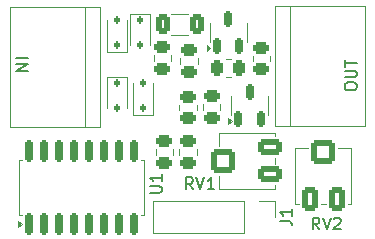
<source format=gto>
G04 #@! TF.GenerationSoftware,KiCad,Pcbnew,7.0.11+dfsg-1build4*
G04 #@! TF.CreationDate,2025-07-05T19:07:05+02:00*
G04 #@! TF.ProjectId,25487,32353438-372e-46b6-9963-61645f706362,rev?*
G04 #@! TF.SameCoordinates,Original*
G04 #@! TF.FileFunction,Legend,Top*
G04 #@! TF.FilePolarity,Positive*
%FSLAX46Y46*%
G04 Gerber Fmt 4.6, Leading zero omitted, Abs format (unit mm)*
G04 Created by KiCad (PCBNEW 7.0.11+dfsg-1build4) date 2025-07-05 19:07:05*
%MOMM*%
%LPD*%
G01*
G04 APERTURE LIST*
G04 Aperture macros list*
%AMRoundRect*
0 Rectangle with rounded corners*
0 $1 Rounding radius*
0 $2 $3 $4 $5 $6 $7 $8 $9 X,Y pos of 4 corners*
0 Add a 4 corners polygon primitive as box body*
4,1,4,$2,$3,$4,$5,$6,$7,$8,$9,$2,$3,0*
0 Add four circle primitives for the rounded corners*
1,1,$1+$1,$2,$3*
1,1,$1+$1,$4,$5*
1,1,$1+$1,$6,$7*
1,1,$1+$1,$8,$9*
0 Add four rect primitives between the rounded corners*
20,1,$1+$1,$2,$3,$4,$5,0*
20,1,$1+$1,$4,$5,$6,$7,0*
20,1,$1+$1,$6,$7,$8,$9,0*
20,1,$1+$1,$8,$9,$2,$3,0*%
G04 Aperture macros list end*
%ADD10C,0.200000*%
%ADD11C,0.150000*%
%ADD12C,0.120000*%
%ADD13RoundRect,0.250000X-0.750000X0.400000X-0.750000X-0.400000X0.750000X-0.400000X0.750000X0.400000X0*%
%ADD14RoundRect,0.250000X-0.750000X0.750000X-0.750000X-0.750000X0.750000X-0.750000X0.750000X0.750000X0*%
%ADD15R,1.700000X1.700000*%
%ADD16O,1.700000X1.700000*%
%ADD17RoundRect,0.250000X-0.450000X0.262500X-0.450000X-0.262500X0.450000X-0.262500X0.450000X0.262500X0*%
%ADD18RoundRect,0.150000X0.150000X-0.512500X0.150000X0.512500X-0.150000X0.512500X-0.150000X-0.512500X0*%
%ADD19RoundRect,0.250000X0.450000X-0.262500X0.450000X0.262500X-0.450000X0.262500X-0.450000X-0.262500X0*%
%ADD20RoundRect,0.112500X0.112500X-0.187500X0.112500X0.187500X-0.112500X0.187500X-0.112500X-0.187500X0*%
%ADD21RoundRect,0.112500X-0.112500X0.187500X-0.112500X-0.187500X0.112500X-0.187500X0.112500X0.187500X0*%
%ADD22RoundRect,0.250000X0.400000X0.750000X-0.400000X0.750000X-0.400000X-0.750000X0.400000X-0.750000X0*%
%ADD23RoundRect,0.250000X0.750000X0.750000X-0.750000X0.750000X-0.750000X-0.750000X0.750000X-0.750000X0*%
%ADD24R,3.000000X3.000000*%
%ADD25C,3.000000*%
%ADD26RoundRect,0.250000X-0.312500X-0.625000X0.312500X-0.625000X0.312500X0.625000X-0.312500X0.625000X0*%
%ADD27RoundRect,0.162500X0.162500X-0.750000X0.162500X0.750000X-0.162500X0.750000X-0.162500X-0.750000X0*%
%ADD28RoundRect,0.250000X-0.262500X-0.450000X0.262500X-0.450000X0.262500X0.450000X-0.262500X0.450000X0*%
G04 APERTURE END LIST*
D10*
X100732780Y-104569673D02*
X101732780Y-104569673D01*
X100732780Y-105045863D02*
X101732780Y-105045863D01*
X101732780Y-105045863D02*
X100732780Y-105617291D01*
X100732780Y-105617291D02*
X101732780Y-105617291D01*
X128567219Y-107039850D02*
X128567219Y-106849374D01*
X128567219Y-106849374D02*
X128614838Y-106754136D01*
X128614838Y-106754136D02*
X128710076Y-106658898D01*
X128710076Y-106658898D02*
X128900552Y-106611279D01*
X128900552Y-106611279D02*
X129233885Y-106611279D01*
X129233885Y-106611279D02*
X129424361Y-106658898D01*
X129424361Y-106658898D02*
X129519600Y-106754136D01*
X129519600Y-106754136D02*
X129567219Y-106849374D01*
X129567219Y-106849374D02*
X129567219Y-107039850D01*
X129567219Y-107039850D02*
X129519600Y-107135088D01*
X129519600Y-107135088D02*
X129424361Y-107230326D01*
X129424361Y-107230326D02*
X129233885Y-107277945D01*
X129233885Y-107277945D02*
X128900552Y-107277945D01*
X128900552Y-107277945D02*
X128710076Y-107230326D01*
X128710076Y-107230326D02*
X128614838Y-107135088D01*
X128614838Y-107135088D02*
X128567219Y-107039850D01*
X128567219Y-106182707D02*
X129376742Y-106182707D01*
X129376742Y-106182707D02*
X129471980Y-106135088D01*
X129471980Y-106135088D02*
X129519600Y-106087469D01*
X129519600Y-106087469D02*
X129567219Y-105992231D01*
X129567219Y-105992231D02*
X129567219Y-105801755D01*
X129567219Y-105801755D02*
X129519600Y-105706517D01*
X129519600Y-105706517D02*
X129471980Y-105658898D01*
X129471980Y-105658898D02*
X129376742Y-105611279D01*
X129376742Y-105611279D02*
X128567219Y-105611279D01*
X128567219Y-105277945D02*
X128567219Y-104706517D01*
X129567219Y-104992231D02*
X128567219Y-104992231D01*
D11*
X115704761Y-115654819D02*
X115371428Y-115178628D01*
X115133333Y-115654819D02*
X115133333Y-114654819D01*
X115133333Y-114654819D02*
X115514285Y-114654819D01*
X115514285Y-114654819D02*
X115609523Y-114702438D01*
X115609523Y-114702438D02*
X115657142Y-114750057D01*
X115657142Y-114750057D02*
X115704761Y-114845295D01*
X115704761Y-114845295D02*
X115704761Y-114988152D01*
X115704761Y-114988152D02*
X115657142Y-115083390D01*
X115657142Y-115083390D02*
X115609523Y-115131009D01*
X115609523Y-115131009D02*
X115514285Y-115178628D01*
X115514285Y-115178628D02*
X115133333Y-115178628D01*
X115990476Y-114654819D02*
X116323809Y-115654819D01*
X116323809Y-115654819D02*
X116657142Y-114654819D01*
X117514285Y-115654819D02*
X116942857Y-115654819D01*
X117228571Y-115654819D02*
X117228571Y-114654819D01*
X117228571Y-114654819D02*
X117133333Y-114797676D01*
X117133333Y-114797676D02*
X117038095Y-114892914D01*
X117038095Y-114892914D02*
X116942857Y-114940533D01*
X123084819Y-118333333D02*
X123799104Y-118333333D01*
X123799104Y-118333333D02*
X123941961Y-118380952D01*
X123941961Y-118380952D02*
X124037200Y-118476190D01*
X124037200Y-118476190D02*
X124084819Y-118619047D01*
X124084819Y-118619047D02*
X124084819Y-118714285D01*
X124084819Y-117333333D02*
X124084819Y-117904761D01*
X124084819Y-117619047D02*
X123084819Y-117619047D01*
X123084819Y-117619047D02*
X123227676Y-117714285D01*
X123227676Y-117714285D02*
X123322914Y-117809523D01*
X123322914Y-117809523D02*
X123370533Y-117904761D01*
X126404761Y-119054819D02*
X126071428Y-118578628D01*
X125833333Y-119054819D02*
X125833333Y-118054819D01*
X125833333Y-118054819D02*
X126214285Y-118054819D01*
X126214285Y-118054819D02*
X126309523Y-118102438D01*
X126309523Y-118102438D02*
X126357142Y-118150057D01*
X126357142Y-118150057D02*
X126404761Y-118245295D01*
X126404761Y-118245295D02*
X126404761Y-118388152D01*
X126404761Y-118388152D02*
X126357142Y-118483390D01*
X126357142Y-118483390D02*
X126309523Y-118531009D01*
X126309523Y-118531009D02*
X126214285Y-118578628D01*
X126214285Y-118578628D02*
X125833333Y-118578628D01*
X126690476Y-118054819D02*
X127023809Y-119054819D01*
X127023809Y-119054819D02*
X127357142Y-118054819D01*
X127642857Y-118150057D02*
X127690476Y-118102438D01*
X127690476Y-118102438D02*
X127785714Y-118054819D01*
X127785714Y-118054819D02*
X128023809Y-118054819D01*
X128023809Y-118054819D02*
X128119047Y-118102438D01*
X128119047Y-118102438D02*
X128166666Y-118150057D01*
X128166666Y-118150057D02*
X128214285Y-118245295D01*
X128214285Y-118245295D02*
X128214285Y-118340533D01*
X128214285Y-118340533D02*
X128166666Y-118483390D01*
X128166666Y-118483390D02*
X127595238Y-119054819D01*
X127595238Y-119054819D02*
X128214285Y-119054819D01*
X112054819Y-115961904D02*
X112864342Y-115961904D01*
X112864342Y-115961904D02*
X112959580Y-115914285D01*
X112959580Y-115914285D02*
X113007200Y-115866666D01*
X113007200Y-115866666D02*
X113054819Y-115771428D01*
X113054819Y-115771428D02*
X113054819Y-115580952D01*
X113054819Y-115580952D02*
X113007200Y-115485714D01*
X113007200Y-115485714D02*
X112959580Y-115438095D01*
X112959580Y-115438095D02*
X112864342Y-115390476D01*
X112864342Y-115390476D02*
X112054819Y-115390476D01*
X113054819Y-114390476D02*
X113054819Y-114961904D01*
X113054819Y-114676190D02*
X112054819Y-114676190D01*
X112054819Y-114676190D02*
X112197676Y-114771428D01*
X112197676Y-114771428D02*
X112292914Y-114866666D01*
X112292914Y-114866666D02*
X112340533Y-114961904D01*
D12*
X122620000Y-110880000D02*
X117880000Y-110880000D01*
X122620000Y-110880000D02*
X122620000Y-111190000D01*
X117880000Y-110880000D02*
X117880000Y-111980000D01*
X122620000Y-113010000D02*
X122620000Y-113490000D01*
X117880000Y-114510000D02*
X117880000Y-115620000D01*
X122620000Y-115310000D02*
X122620000Y-115620000D01*
X122620000Y-115620000D02*
X117880000Y-115620000D01*
X122630000Y-116670000D02*
X122630000Y-118000000D01*
X121300000Y-116670000D02*
X122630000Y-116670000D01*
X120030000Y-116670000D02*
X112350000Y-116670000D01*
X120030000Y-116670000D02*
X120030000Y-119330000D01*
X112350000Y-116670000D02*
X112350000Y-119330000D01*
X120030000Y-119330000D02*
X112350000Y-119330000D01*
X116035000Y-108522936D02*
X116035000Y-108977064D01*
X114565000Y-108522936D02*
X114565000Y-108977064D01*
X118940000Y-108600000D02*
X118940000Y-109400000D01*
X118940000Y-108600000D02*
X118940000Y-107800000D01*
X122060000Y-108600000D02*
X122060000Y-109400000D01*
X122060000Y-108600000D02*
X122060000Y-107800000D01*
X118990000Y-109900000D02*
X118660000Y-110140000D01*
X118660000Y-109660000D01*
X118990000Y-109900000D01*
G36*
X118990000Y-109900000D02*
G01*
X118660000Y-110140000D01*
X118660000Y-109660000D01*
X118990000Y-109900000D01*
G37*
X112565000Y-112727064D02*
X112565000Y-112272936D01*
X114035000Y-112727064D02*
X114035000Y-112272936D01*
X117140000Y-102400000D02*
X117140000Y-103200000D01*
X117140000Y-102400000D02*
X117140000Y-101600000D01*
X120260000Y-102400000D02*
X120260000Y-103200000D01*
X120260000Y-102400000D02*
X120260000Y-101600000D01*
X117190000Y-103700000D02*
X116860000Y-103940000D01*
X116860000Y-103460000D01*
X117190000Y-103700000D01*
G36*
X117190000Y-103700000D02*
G01*
X116860000Y-103940000D01*
X116860000Y-103460000D01*
X117190000Y-103700000D01*
G37*
X110650000Y-109360000D02*
X112350000Y-109360000D01*
X110650000Y-109360000D02*
X110650000Y-106700000D01*
X112350000Y-109360000D02*
X112350000Y-106700000D01*
X112050000Y-100790000D02*
X110350000Y-100790000D01*
X112050000Y-100790000D02*
X112050000Y-103450000D01*
X110350000Y-100790000D02*
X110350000Y-103450000D01*
X118035000Y-108472936D02*
X118035000Y-108927064D01*
X116565000Y-108472936D02*
X116565000Y-108927064D01*
X129120000Y-116870000D02*
X129120000Y-112130000D01*
X129120000Y-116870000D02*
X128810000Y-116870000D01*
X129120000Y-112130000D02*
X128020000Y-112130000D01*
X126990000Y-116870000D02*
X126510000Y-116870000D01*
X125490000Y-112130000D02*
X124380000Y-112130000D01*
X124690000Y-116870000D02*
X124380000Y-116870000D01*
X124380000Y-116870000D02*
X124380000Y-112130000D01*
X100190000Y-110370000D02*
X107810000Y-110370000D01*
X107810000Y-110370000D02*
X107810000Y-100210000D01*
X100190000Y-100210000D02*
X100190000Y-110370000D01*
X106540000Y-100210000D02*
X106540000Y-110370000D01*
X107810000Y-100210000D02*
X100190000Y-100210000D01*
X114565000Y-112727064D02*
X114565000Y-112272936D01*
X116035000Y-112727064D02*
X116035000Y-112272936D01*
X113872936Y-100790000D02*
X115327064Y-100790000D01*
X113872936Y-102610000D02*
X115327064Y-102610000D01*
X100940000Y-117810000D02*
X101220000Y-117810000D01*
X111560000Y-117810000D02*
X111280000Y-117810000D01*
X100940000Y-115500000D02*
X100940000Y-117810000D01*
X100940000Y-115500000D02*
X100940000Y-113190000D01*
X111560000Y-115500000D02*
X111560000Y-117810000D01*
X111560000Y-115500000D02*
X111560000Y-113190000D01*
X100940000Y-113190000D02*
X101220000Y-113190000D01*
X111560000Y-113190000D02*
X111280000Y-113190000D01*
X101220000Y-118600000D02*
X100890000Y-118840000D01*
X100890000Y-118360000D01*
X101220000Y-118600000D01*
G36*
X101220000Y-118600000D02*
G01*
X100890000Y-118840000D01*
X100890000Y-118360000D01*
X101220000Y-118600000D01*
G37*
X110100000Y-106140000D02*
X108400000Y-106140000D01*
X110100000Y-106140000D02*
X110100000Y-108800000D01*
X108400000Y-106140000D02*
X108400000Y-108800000D01*
X116097500Y-104572936D02*
X116097500Y-105027064D01*
X114627500Y-104572936D02*
X114627500Y-105027064D01*
X130310000Y-100170000D02*
X122690000Y-100170000D01*
X122690000Y-100170000D02*
X122690000Y-110330000D01*
X130310000Y-110330000D02*
X130310000Y-100170000D01*
X123960000Y-110330000D02*
X123960000Y-100170000D01*
X122690000Y-110330000D02*
X130310000Y-110330000D01*
X118472936Y-104665000D02*
X118927064Y-104665000D01*
X118472936Y-106135000D02*
X118927064Y-106135000D01*
X120765000Y-104827064D02*
X120765000Y-104372936D01*
X122235000Y-104827064D02*
X122235000Y-104372936D01*
X113847500Y-104322936D02*
X113847500Y-104777064D01*
X112377500Y-104322936D02*
X112377500Y-104777064D01*
X108400000Y-104010000D02*
X110100000Y-104010000D01*
X108400000Y-104010000D02*
X108400000Y-101350000D01*
X110100000Y-104010000D02*
X110100000Y-101350000D01*
%LPC*%
D13*
X122250000Y-112100000D03*
D14*
X118250000Y-113250000D03*
D13*
X122250000Y-114400000D03*
D15*
X121300000Y-118000000D03*
D16*
X118760000Y-118000000D03*
X116220000Y-118000000D03*
X113680000Y-118000000D03*
D17*
X115300000Y-107837500D03*
X115300000Y-109662500D03*
D18*
X119550000Y-109737500D03*
X121450000Y-109737500D03*
X120500000Y-107462500D03*
D19*
X113300000Y-113412500D03*
X113300000Y-111587500D03*
D18*
X117750000Y-103537500D03*
X119650000Y-103537500D03*
X118700000Y-101262500D03*
D20*
X111500000Y-108800000D03*
X111500000Y-106700000D03*
D21*
X111200000Y-101350000D03*
X111200000Y-103450000D03*
D17*
X117300000Y-107787500D03*
X117300000Y-109612500D03*
D22*
X127900000Y-116500000D03*
D23*
X126750000Y-112500000D03*
D22*
X125600000Y-116500000D03*
D24*
X104000000Y-107830000D03*
D25*
X104000000Y-102750000D03*
D19*
X115300000Y-113412500D03*
X115300000Y-111587500D03*
D26*
X113137500Y-101700000D03*
X116062500Y-101700000D03*
D27*
X101805000Y-118587500D03*
X103075000Y-118587500D03*
X104345000Y-118587500D03*
X105615000Y-118587500D03*
X106885000Y-118587500D03*
X108155000Y-118587500D03*
X109425000Y-118587500D03*
X110695000Y-118587500D03*
X110695000Y-112412500D03*
X109425000Y-112412500D03*
X108155000Y-112412500D03*
X106885000Y-112412500D03*
X105615000Y-112412500D03*
X104345000Y-112412500D03*
X103075000Y-112412500D03*
X101805000Y-112412500D03*
D21*
X109250000Y-106700000D03*
X109250000Y-108800000D03*
D17*
X115362500Y-103887500D03*
X115362500Y-105712500D03*
D24*
X126500000Y-102710000D03*
D25*
X126500000Y-107790000D03*
D28*
X117787500Y-105400000D03*
X119612500Y-105400000D03*
D19*
X121500000Y-105512500D03*
X121500000Y-103687500D03*
D17*
X113112500Y-103637500D03*
X113112500Y-105462500D03*
D20*
X109250000Y-103450000D03*
X109250000Y-101350000D03*
%LPD*%
M02*

</source>
